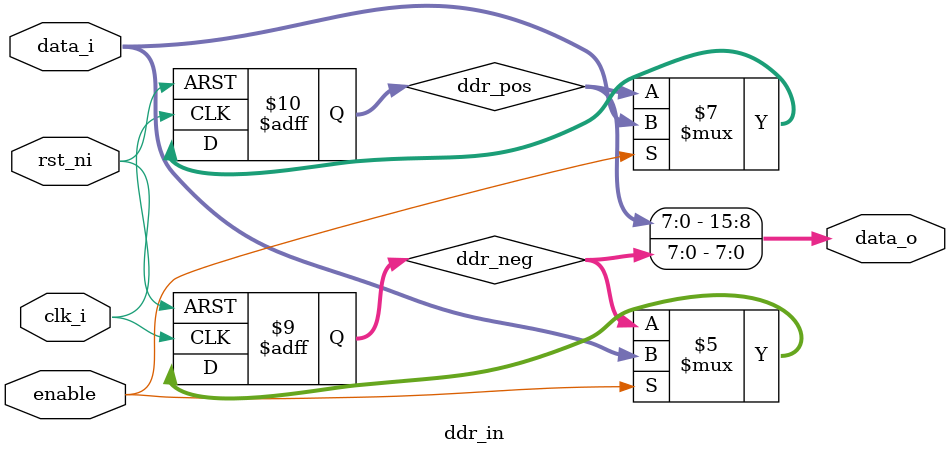
<source format=sv>


module ddr_in #(
)(
    input logic              clk_i,
    input logic  [7:0]       data_i,
    input logic              rst_ni,
    input logic              enable,
    
    output logic [15:0]      data_o
);
    logic [7:0] ddr_neg;
    logic [7:0] ddr_pos;

    always_ff @(posedge clk_i or negedge rst_ni) begin : proc_ddr_pos
        if(~rst_ni) begin
            ddr_pos <= 8'h0;
        end else if (enable) begin
            ddr_pos <= data_i;
        end
    end
    
    always_ff @(negedge clk_i or negedge rst_ni) begin : proc_ddr_neg
        if(~rst_ni) begin
            ddr_neg <= 8'h0;
        end else if (enable) begin
            ddr_neg <= data_i;
        end
    end

    assign data_o[7:0]  = ddr_neg;
    assign data_o[15:8] = ddr_pos;

    // always_ff @(posedge clk_i or negedge rst_ni) begin : proc_data_i //not on clk0, delayed rwds
    //     if(~rst_ni) begin
    //         data_o <= 16'h0;
    //     end else if (enable) begin
    //         data_o[7:0]  <= ddr_neg;
    //         data_o[15:8] <= ddr_pos;
    //     end
    // end
endmodule


</source>
